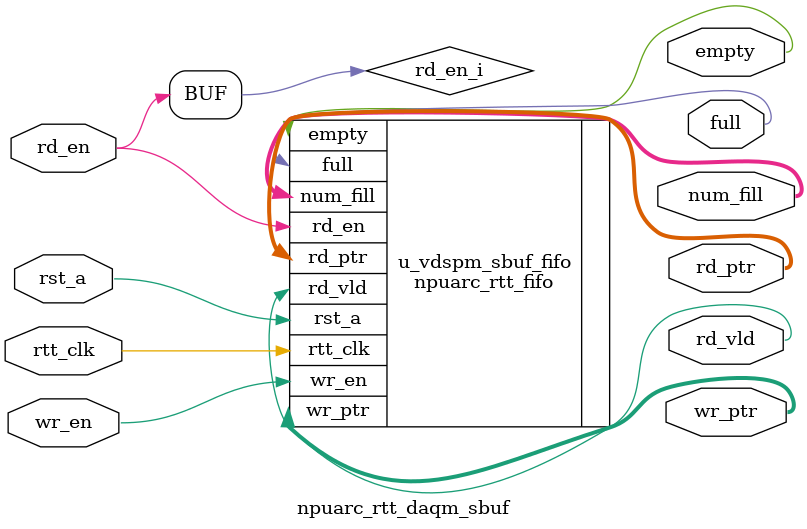
<source format=v>


`include "npuarc_arc_rtt_defines.v"
`include "npuarc_rtt_pkg_defines.v"
module npuarc_rtt_daqm_sbuf (
                          rtt_clk,
                          rst_a,
                          wr_en,
                          rd_en,
                          rd_vld,

                          wr_ptr,
                          rd_ptr,
                          full,
                          empty,
                          num_fill
                         );

//-------------------------------------------------------------------
//parametes can be overwrite
//-------------------------------------------------------------------
parameter FIFO_SIZE       = 9;
parameter FIFO_DATA_WIDTH = 10;


input                          rtt_clk;         // Clock
input                          rst_a;       // FIFO Reset
input                          wr_en;       // Write enable
input                          rd_en;       // Read enable
output                         rd_vld;

output                         full;        // FIFO full
output                         empty;       // FIFO empty
output [FIFO_SIZE:0]           num_fill;    // No. of locations filled

output    [FIFO_SIZE-1:0]           wr_ptr;      // Write pointer
output   [FIFO_SIZE-1:0]           rd_ptr;
wire                             rd_en_i;
assign rd_en_i = rd_en;

npuarc_rtt_fifo
  #(
       .FIFO_SIZE(FIFO_SIZE)
      )
u_vdspm_sbuf_fifo
(
.rtt_clk(rtt_clk),
.rst_a(rst_a),
.wr_en(wr_en),
.rd_en(rd_en_i),
.rd_vld(rd_vld),
.full(full),
.empty(empty),
.num_fill(num_fill),
.wr_ptr(wr_ptr),
.rd_ptr(rd_ptr)
);

endmodule

</source>
